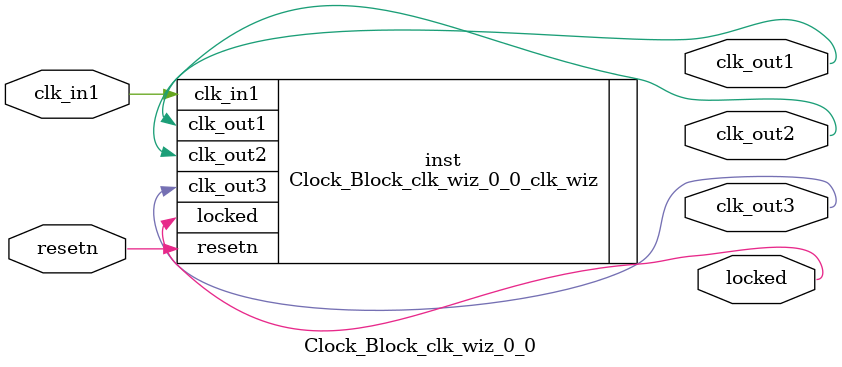
<source format=v>


`timescale 1ps/1ps

(* CORE_GENERATION_INFO = "Clock_Block_clk_wiz_0_0,clk_wiz_v6_0_2_0_0,{component_name=Clock_Block_clk_wiz_0_0,use_phase_alignment=true,use_min_o_jitter=false,use_max_i_jitter=false,use_dyn_phase_shift=false,use_inclk_switchover=false,use_dyn_reconfig=false,enable_axi=0,feedback_source=FDBK_AUTO,PRIMITIVE=MMCM,num_out_clk=3,clkin1_period=5.000,clkin2_period=10.0,use_power_down=false,use_reset=true,use_locked=true,use_inclk_stopped=false,feedback_type=SINGLE,CLOCK_MGR_TYPE=NA,manual_override=false}" *)

module Clock_Block_clk_wiz_0_0 
 (
  // Clock out ports
  output        clk_out1,
  output        clk_out2,
  output        clk_out3,
  // Status and control signals
  input         resetn,
  output        locked,
 // Clock in ports
  input         clk_in1
 );

  Clock_Block_clk_wiz_0_0_clk_wiz inst
  (
  // Clock out ports  
  .clk_out1(clk_out1),
  .clk_out2(clk_out2),
  .clk_out3(clk_out3),
  // Status and control signals               
  .resetn(resetn), 
  .locked(locked),
 // Clock in ports
  .clk_in1(clk_in1)
  );

endmodule

</source>
